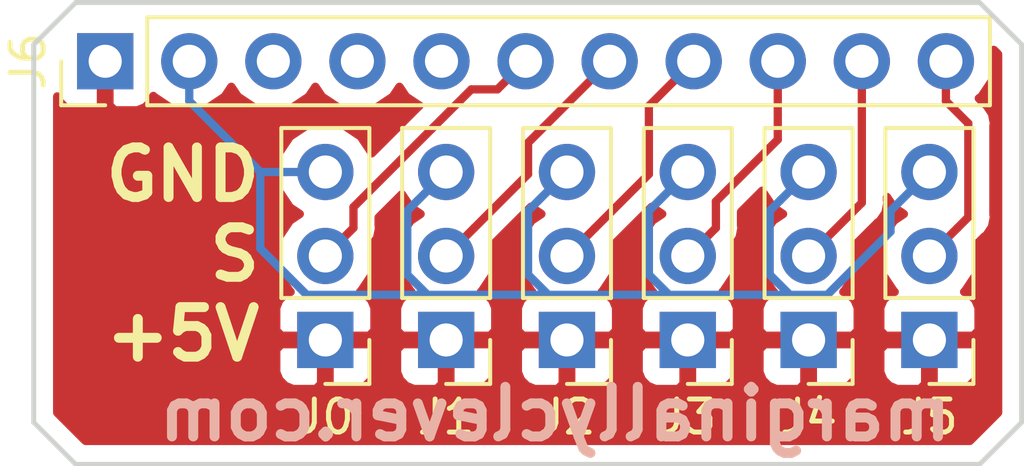
<source format=kicad_pcb>
(kicad_pcb (version 20171130) (host pcbnew "(5.0.2)-1")

  (general
    (thickness 1.6)
    (drawings 10)
    (tracks 64)
    (zones 0)
    (modules 7)
    (nets 9)
  )

  (page A4)
  (layers
    (0 F.Cu signal)
    (31 B.Cu signal)
    (32 B.Adhes user hide)
    (33 F.Adhes user hide)
    (34 B.Paste user hide)
    (35 F.Paste user hide)
    (36 B.SilkS user)
    (37 F.SilkS user)
    (38 B.Mask user hide)
    (39 F.Mask user hide)
    (40 Dwgs.User user hide)
    (41 Cmts.User user hide)
    (42 Eco1.User user hide)
    (43 Eco2.User user hide)
    (44 Edge.Cuts user)
    (45 Margin user hide)
    (46 B.CrtYd user hide)
    (47 F.CrtYd user hide)
    (48 B.Fab user hide)
    (49 F.Fab user hide)
  )

  (setup
    (last_trace_width 0.25)
    (trace_clearance 0.2)
    (zone_clearance 0.508)
    (zone_45_only no)
    (trace_min 0.2)
    (segment_width 0.2)
    (edge_width 0.15)
    (via_size 0.8)
    (via_drill 0.4)
    (via_min_size 0.4)
    (via_min_drill 0.3)
    (uvia_size 0.3)
    (uvia_drill 0.1)
    (uvias_allowed no)
    (uvia_min_size 0.2)
    (uvia_min_drill 0.1)
    (pcb_text_width 0.3)
    (pcb_text_size 1.5 1.5)
    (mod_edge_width 0.15)
    (mod_text_size 1 1)
    (mod_text_width 0.15)
    (pad_size 1.524 1.524)
    (pad_drill 0.762)
    (pad_to_mask_clearance 0.051)
    (solder_mask_min_width 0.25)
    (aux_axis_origin 0 0)
    (visible_elements 7FFFFFFF)
    (pcbplotparams
      (layerselection 0x010fc_ffffffff)
      (usegerberextensions false)
      (usegerberattributes false)
      (usegerberadvancedattributes false)
      (creategerberjobfile false)
      (excludeedgelayer true)
      (linewidth 0.100000)
      (plotframeref false)
      (viasonmask false)
      (mode 1)
      (useauxorigin false)
      (hpglpennumber 1)
      (hpglpenspeed 20)
      (hpglpendiameter 15.000000)
      (psnegative false)
      (psa4output false)
      (plotreference true)
      (plotvalue true)
      (plotinvisibletext false)
      (padsonsilk false)
      (subtractmaskfromsilk false)
      (outputformat 1)
      (mirror false)
      (drillshape 1)
      (scaleselection 1)
      (outputdirectory ""))
  )

  (net 0 "")
  (net 1 +5V)
  (net 2 GND)
  (net 3 "Net-(J0-Pad2)")
  (net 4 "Net-(J1-Pad2)")
  (net 5 "Net-(J2-Pad2)")
  (net 6 "Net-(J3-Pad2)")
  (net 7 "Net-(J4-Pad2)")
  (net 8 "Net-(J5-Pad2)")

  (net_class Default "This is the default net class."
    (clearance 0.2)
    (trace_width 0.25)
    (via_dia 0.8)
    (via_drill 0.4)
    (uvia_dia 0.3)
    (uvia_drill 0.1)
    (add_net +5V)
    (add_net GND)
    (add_net "Net-(J0-Pad2)")
    (add_net "Net-(J1-Pad2)")
    (add_net "Net-(J2-Pad2)")
    (add_net "Net-(J3-Pad2)")
    (add_net "Net-(J4-Pad2)")
    (add_net "Net-(J5-Pad2)")
  )

  (module Pin_Headers:Pin_Header_Straight_1x03_Pitch2.54mm (layer F.Cu) (tedit 59650532) (tstamp 5DA85F62)
    (at 172.640001 128.317001 180)
    (descr "Through hole straight pin header, 1x03, 2.54mm pitch, single row")
    (tags "Through hole pin header THT 1x03 2.54mm single row")
    (path /5DA654F9)
    (fp_text reference J0 (at 0 -2.33 180) (layer F.SilkS)
      (effects (font (size 1 1) (thickness 0.15)))
    )
    (fp_text value Conn_01x03_Male (at 0.047001 -10.493999 270) (layer F.Fab)
      (effects (font (size 1 1) (thickness 0.15)))
    )
    (fp_line (start -0.635 -1.27) (end 1.27 -1.27) (layer F.Fab) (width 0.1))
    (fp_line (start 1.27 -1.27) (end 1.27 6.35) (layer F.Fab) (width 0.1))
    (fp_line (start 1.27 6.35) (end -1.27 6.35) (layer F.Fab) (width 0.1))
    (fp_line (start -1.27 6.35) (end -1.27 -0.635) (layer F.Fab) (width 0.1))
    (fp_line (start -1.27 -0.635) (end -0.635 -1.27) (layer F.Fab) (width 0.1))
    (fp_line (start -1.33 6.41) (end 1.33 6.41) (layer F.SilkS) (width 0.12))
    (fp_line (start -1.33 1.27) (end -1.33 6.41) (layer F.SilkS) (width 0.12))
    (fp_line (start 1.33 1.27) (end 1.33 6.41) (layer F.SilkS) (width 0.12))
    (fp_line (start -1.33 1.27) (end 1.33 1.27) (layer F.SilkS) (width 0.12))
    (fp_line (start -1.33 0) (end -1.33 -1.33) (layer F.SilkS) (width 0.12))
    (fp_line (start -1.33 -1.33) (end 0 -1.33) (layer F.SilkS) (width 0.12))
    (fp_line (start -1.8 -1.8) (end -1.8 6.85) (layer F.CrtYd) (width 0.05))
    (fp_line (start -1.8 6.85) (end 1.8 6.85) (layer F.CrtYd) (width 0.05))
    (fp_line (start 1.8 6.85) (end 1.8 -1.8) (layer F.CrtYd) (width 0.05))
    (fp_line (start 1.8 -1.8) (end -1.8 -1.8) (layer F.CrtYd) (width 0.05))
    (fp_text user %R (at 0 2.54) (layer F.Fab)
      (effects (font (size 1 1) (thickness 0.15)))
    )
    (pad 1 thru_hole rect (at 0 0 180) (size 1.7 1.7) (drill 1) (layers *.Cu *.Mask)
      (net 1 +5V))
    (pad 2 thru_hole oval (at 0 2.54 180) (size 1.7 1.7) (drill 1) (layers *.Cu *.Mask)
      (net 3 "Net-(J0-Pad2)"))
    (pad 3 thru_hole oval (at 0 5.08 180) (size 1.7 1.7) (drill 1) (layers *.Cu *.Mask)
      (net 2 GND))
    (model ${KISYS3DMOD}/Pin_Headers.3dshapes/Pin_Header_Straight_1x03_Pitch2.54mm.wrl
      (at (xyz 0 0 0))
      (scale (xyz 1 1 1))
      (rotate (xyz 0 0 0))
    )
  )

  (module Pin_Headers:Pin_Header_Straight_1x03_Pitch2.54mm (layer F.Cu) (tedit 59650532) (tstamp 5DA85F79)
    (at 176.290001 128.317001 180)
    (descr "Through hole straight pin header, 1x03, 2.54mm pitch, single row")
    (tags "Through hole pin header THT 1x03 2.54mm single row")
    (path /5DA654F2)
    (fp_text reference J1 (at 0 -2.33 180) (layer F.SilkS)
      (effects (font (size 1 1) (thickness 0.15)))
    )
    (fp_text value Conn_01x03_Male (at 0 -10.493999 270) (layer F.Fab)
      (effects (font (size 1 1) (thickness 0.15)))
    )
    (fp_text user %R (at 0 2.54 270) (layer F.Fab)
      (effects (font (size 1 1) (thickness 0.15)))
    )
    (fp_line (start 1.8 -1.8) (end -1.8 -1.8) (layer F.CrtYd) (width 0.05))
    (fp_line (start 1.8 6.85) (end 1.8 -1.8) (layer F.CrtYd) (width 0.05))
    (fp_line (start -1.8 6.85) (end 1.8 6.85) (layer F.CrtYd) (width 0.05))
    (fp_line (start -1.8 -1.8) (end -1.8 6.85) (layer F.CrtYd) (width 0.05))
    (fp_line (start -1.33 -1.33) (end 0 -1.33) (layer F.SilkS) (width 0.12))
    (fp_line (start -1.33 0) (end -1.33 -1.33) (layer F.SilkS) (width 0.12))
    (fp_line (start -1.33 1.27) (end 1.33 1.27) (layer F.SilkS) (width 0.12))
    (fp_line (start 1.33 1.27) (end 1.33 6.41) (layer F.SilkS) (width 0.12))
    (fp_line (start -1.33 1.27) (end -1.33 6.41) (layer F.SilkS) (width 0.12))
    (fp_line (start -1.33 6.41) (end 1.33 6.41) (layer F.SilkS) (width 0.12))
    (fp_line (start -1.27 -0.635) (end -0.635 -1.27) (layer F.Fab) (width 0.1))
    (fp_line (start -1.27 6.35) (end -1.27 -0.635) (layer F.Fab) (width 0.1))
    (fp_line (start 1.27 6.35) (end -1.27 6.35) (layer F.Fab) (width 0.1))
    (fp_line (start 1.27 -1.27) (end 1.27 6.35) (layer F.Fab) (width 0.1))
    (fp_line (start -0.635 -1.27) (end 1.27 -1.27) (layer F.Fab) (width 0.1))
    (pad 3 thru_hole oval (at 0 5.08 180) (size 1.7 1.7) (drill 1) (layers *.Cu *.Mask)
      (net 2 GND))
    (pad 2 thru_hole oval (at 0 2.54 180) (size 1.7 1.7) (drill 1) (layers *.Cu *.Mask)
      (net 4 "Net-(J1-Pad2)"))
    (pad 1 thru_hole rect (at 0 0 180) (size 1.7 1.7) (drill 1) (layers *.Cu *.Mask)
      (net 1 +5V))
    (model ${KISYS3DMOD}/Pin_Headers.3dshapes/Pin_Header_Straight_1x03_Pitch2.54mm.wrl
      (at (xyz 0 0 0))
      (scale (xyz 1 1 1))
      (rotate (xyz 0 0 0))
    )
  )

  (module Pin_Headers:Pin_Header_Straight_1x03_Pitch2.54mm (layer F.Cu) (tedit 59650532) (tstamp 5DA85F90)
    (at 179.940001 128.317001 180)
    (descr "Through hole straight pin header, 1x03, 2.54mm pitch, single row")
    (tags "Through hole pin header THT 1x03 2.54mm single row")
    (path /5DA6530A)
    (fp_text reference J2 (at 0 -2.33 180) (layer F.SilkS)
      (effects (font (size 1 1) (thickness 0.15)))
    )
    (fp_text value Conn_01x03_Male (at -0.018999 -10.493999 270) (layer F.Fab)
      (effects (font (size 1 1) (thickness 0.15)))
    )
    (fp_line (start -0.635 -1.27) (end 1.27 -1.27) (layer F.Fab) (width 0.1))
    (fp_line (start 1.27 -1.27) (end 1.27 6.35) (layer F.Fab) (width 0.1))
    (fp_line (start 1.27 6.35) (end -1.27 6.35) (layer F.Fab) (width 0.1))
    (fp_line (start -1.27 6.35) (end -1.27 -0.635) (layer F.Fab) (width 0.1))
    (fp_line (start -1.27 -0.635) (end -0.635 -1.27) (layer F.Fab) (width 0.1))
    (fp_line (start -1.33 6.41) (end 1.33 6.41) (layer F.SilkS) (width 0.12))
    (fp_line (start -1.33 1.27) (end -1.33 6.41) (layer F.SilkS) (width 0.12))
    (fp_line (start 1.33 1.27) (end 1.33 6.41) (layer F.SilkS) (width 0.12))
    (fp_line (start -1.33 1.27) (end 1.33 1.27) (layer F.SilkS) (width 0.12))
    (fp_line (start -1.33 0) (end -1.33 -1.33) (layer F.SilkS) (width 0.12))
    (fp_line (start -1.33 -1.33) (end 0 -1.33) (layer F.SilkS) (width 0.12))
    (fp_line (start -1.8 -1.8) (end -1.8 6.85) (layer F.CrtYd) (width 0.05))
    (fp_line (start -1.8 6.85) (end 1.8 6.85) (layer F.CrtYd) (width 0.05))
    (fp_line (start 1.8 6.85) (end 1.8 -1.8) (layer F.CrtYd) (width 0.05))
    (fp_line (start 1.8 -1.8) (end -1.8 -1.8) (layer F.CrtYd) (width 0.05))
    (fp_text user %R (at 0 2.54 270) (layer F.Fab)
      (effects (font (size 1 1) (thickness 0.15)))
    )
    (pad 1 thru_hole rect (at 0 0 180) (size 1.7 1.7) (drill 1) (layers *.Cu *.Mask)
      (net 1 +5V))
    (pad 2 thru_hole oval (at 0 2.54 180) (size 1.7 1.7) (drill 1) (layers *.Cu *.Mask)
      (net 5 "Net-(J2-Pad2)"))
    (pad 3 thru_hole oval (at 0 5.08 180) (size 1.7 1.7) (drill 1) (layers *.Cu *.Mask)
      (net 2 GND))
    (model ${KISYS3DMOD}/Pin_Headers.3dshapes/Pin_Header_Straight_1x03_Pitch2.54mm.wrl
      (at (xyz 0 0 0))
      (scale (xyz 1 1 1))
      (rotate (xyz 0 0 0))
    )
  )

  (module Pin_Headers:Pin_Header_Straight_1x03_Pitch2.54mm (layer F.Cu) (tedit 59650532) (tstamp 5DA85FA7)
    (at 183.590001 128.317001 180)
    (descr "Through hole straight pin header, 1x03, 2.54mm pitch, single row")
    (tags "Through hole pin header THT 1x03 2.54mm single row")
    (path /5DA65303)
    (fp_text reference J3 (at 0 -2.33 180) (layer F.SilkS)
      (effects (font (size 1 1) (thickness 0.15)))
    )
    (fp_text value Conn_01x03_Male (at 0 -10.493999 270) (layer F.Fab)
      (effects (font (size 1 1) (thickness 0.15)))
    )
    (fp_text user %R (at 0 2.54 270) (layer F.Fab)
      (effects (font (size 1 1) (thickness 0.15)))
    )
    (fp_line (start 1.8 -1.8) (end -1.8 -1.8) (layer F.CrtYd) (width 0.05))
    (fp_line (start 1.8 6.85) (end 1.8 -1.8) (layer F.CrtYd) (width 0.05))
    (fp_line (start -1.8 6.85) (end 1.8 6.85) (layer F.CrtYd) (width 0.05))
    (fp_line (start -1.8 -1.8) (end -1.8 6.85) (layer F.CrtYd) (width 0.05))
    (fp_line (start -1.33 -1.33) (end 0 -1.33) (layer F.SilkS) (width 0.12))
    (fp_line (start -1.33 0) (end -1.33 -1.33) (layer F.SilkS) (width 0.12))
    (fp_line (start -1.33 1.27) (end 1.33 1.27) (layer F.SilkS) (width 0.12))
    (fp_line (start 1.33 1.27) (end 1.33 6.41) (layer F.SilkS) (width 0.12))
    (fp_line (start -1.33 1.27) (end -1.33 6.41) (layer F.SilkS) (width 0.12))
    (fp_line (start -1.33 6.41) (end 1.33 6.41) (layer F.SilkS) (width 0.12))
    (fp_line (start -1.27 -0.635) (end -0.635 -1.27) (layer F.Fab) (width 0.1))
    (fp_line (start -1.27 6.35) (end -1.27 -0.635) (layer F.Fab) (width 0.1))
    (fp_line (start 1.27 6.35) (end -1.27 6.35) (layer F.Fab) (width 0.1))
    (fp_line (start 1.27 -1.27) (end 1.27 6.35) (layer F.Fab) (width 0.1))
    (fp_line (start -0.635 -1.27) (end 1.27 -1.27) (layer F.Fab) (width 0.1))
    (pad 3 thru_hole oval (at 0 5.08 180) (size 1.7 1.7) (drill 1) (layers *.Cu *.Mask)
      (net 2 GND))
    (pad 2 thru_hole oval (at 0 2.54 180) (size 1.7 1.7) (drill 1) (layers *.Cu *.Mask)
      (net 6 "Net-(J3-Pad2)"))
    (pad 1 thru_hole rect (at 0 0 180) (size 1.7 1.7) (drill 1) (layers *.Cu *.Mask)
      (net 1 +5V))
    (model ${KISYS3DMOD}/Pin_Headers.3dshapes/Pin_Header_Straight_1x03_Pitch2.54mm.wrl
      (at (xyz 0 0 0))
      (scale (xyz 1 1 1))
      (rotate (xyz 0 0 0))
    )
  )

  (module Pin_Headers:Pin_Header_Straight_1x03_Pitch2.54mm (layer F.Cu) (tedit 59650532) (tstamp 5DA85FBE)
    (at 187.240001 128.317001 180)
    (descr "Through hole straight pin header, 1x03, 2.54mm pitch, single row")
    (tags "Through hole pin header THT 1x03 2.54mm single row")
    (path /5DA6521F)
    (fp_text reference J4 (at 0 -2.33 180) (layer F.SilkS)
      (effects (font (size 1 1) (thickness 0.15)))
    )
    (fp_text value Conn_01x03_Male (at -0.084999 -10.493999 270) (layer F.Fab)
      (effects (font (size 1 1) (thickness 0.15)))
    )
    (fp_line (start -0.635 -1.27) (end 1.27 -1.27) (layer F.Fab) (width 0.1))
    (fp_line (start 1.27 -1.27) (end 1.27 6.35) (layer F.Fab) (width 0.1))
    (fp_line (start 1.27 6.35) (end -1.27 6.35) (layer F.Fab) (width 0.1))
    (fp_line (start -1.27 6.35) (end -1.27 -0.635) (layer F.Fab) (width 0.1))
    (fp_line (start -1.27 -0.635) (end -0.635 -1.27) (layer F.Fab) (width 0.1))
    (fp_line (start -1.33 6.41) (end 1.33 6.41) (layer F.SilkS) (width 0.12))
    (fp_line (start -1.33 1.27) (end -1.33 6.41) (layer F.SilkS) (width 0.12))
    (fp_line (start 1.33 1.27) (end 1.33 6.41) (layer F.SilkS) (width 0.12))
    (fp_line (start -1.33 1.27) (end 1.33 1.27) (layer F.SilkS) (width 0.12))
    (fp_line (start -1.33 0) (end -1.33 -1.33) (layer F.SilkS) (width 0.12))
    (fp_line (start -1.33 -1.33) (end 0 -1.33) (layer F.SilkS) (width 0.12))
    (fp_line (start -1.8 -1.8) (end -1.8 6.85) (layer F.CrtYd) (width 0.05))
    (fp_line (start -1.8 6.85) (end 1.8 6.85) (layer F.CrtYd) (width 0.05))
    (fp_line (start 1.8 6.85) (end 1.8 -1.8) (layer F.CrtYd) (width 0.05))
    (fp_line (start 1.8 -1.8) (end -1.8 -1.8) (layer F.CrtYd) (width 0.05))
    (fp_text user %R (at 0 2.54 270) (layer F.Fab)
      (effects (font (size 1 1) (thickness 0.15)))
    )
    (pad 1 thru_hole rect (at 0 0 180) (size 1.7 1.7) (drill 1) (layers *.Cu *.Mask)
      (net 1 +5V))
    (pad 2 thru_hole oval (at 0 2.54 180) (size 1.7 1.7) (drill 1) (layers *.Cu *.Mask)
      (net 7 "Net-(J4-Pad2)"))
    (pad 3 thru_hole oval (at 0 5.08 180) (size 1.7 1.7) (drill 1) (layers *.Cu *.Mask)
      (net 2 GND))
    (model ${KISYS3DMOD}/Pin_Headers.3dshapes/Pin_Header_Straight_1x03_Pitch2.54mm.wrl
      (at (xyz 0 0 0))
      (scale (xyz 1 1 1))
      (rotate (xyz 0 0 0))
    )
  )

  (module Pin_Headers:Pin_Header_Straight_1x03_Pitch2.54mm (layer F.Cu) (tedit 59650532) (tstamp 5DA85FD5)
    (at 190.890001 128.317001 180)
    (descr "Through hole straight pin header, 1x03, 2.54mm pitch, single row")
    (tags "Through hole pin header THT 1x03 2.54mm single row")
    (path /5DA6514E)
    (fp_text reference J5 (at 0 -2.33 180) (layer F.SilkS)
      (effects (font (size 1 1) (thickness 0.15)))
    )
    (fp_text value Conn_01x03_Male (at 0 -10.493999 270) (layer F.Fab)
      (effects (font (size 1 1) (thickness 0.15)))
    )
    (fp_text user %R (at 0 2.54 270) (layer F.Fab)
      (effects (font (size 1 1) (thickness 0.15)))
    )
    (fp_line (start 1.8 -1.8) (end -1.8 -1.8) (layer F.CrtYd) (width 0.05))
    (fp_line (start 1.8 6.85) (end 1.8 -1.8) (layer F.CrtYd) (width 0.05))
    (fp_line (start -1.8 6.85) (end 1.8 6.85) (layer F.CrtYd) (width 0.05))
    (fp_line (start -1.8 -1.8) (end -1.8 6.85) (layer F.CrtYd) (width 0.05))
    (fp_line (start -1.33 -1.33) (end 0 -1.33) (layer F.SilkS) (width 0.12))
    (fp_line (start -1.33 0) (end -1.33 -1.33) (layer F.SilkS) (width 0.12))
    (fp_line (start -1.33 1.27) (end 1.33 1.27) (layer F.SilkS) (width 0.12))
    (fp_line (start 1.33 1.27) (end 1.33 6.41) (layer F.SilkS) (width 0.12))
    (fp_line (start -1.33 1.27) (end -1.33 6.41) (layer F.SilkS) (width 0.12))
    (fp_line (start -1.33 6.41) (end 1.33 6.41) (layer F.SilkS) (width 0.12))
    (fp_line (start -1.27 -0.635) (end -0.635 -1.27) (layer F.Fab) (width 0.1))
    (fp_line (start -1.27 6.35) (end -1.27 -0.635) (layer F.Fab) (width 0.1))
    (fp_line (start 1.27 6.35) (end -1.27 6.35) (layer F.Fab) (width 0.1))
    (fp_line (start 1.27 -1.27) (end 1.27 6.35) (layer F.Fab) (width 0.1))
    (fp_line (start -0.635 -1.27) (end 1.27 -1.27) (layer F.Fab) (width 0.1))
    (pad 3 thru_hole oval (at 0 5.08 180) (size 1.7 1.7) (drill 1) (layers *.Cu *.Mask)
      (net 2 GND))
    (pad 2 thru_hole oval (at 0 2.54 180) (size 1.7 1.7) (drill 1) (layers *.Cu *.Mask)
      (net 8 "Net-(J5-Pad2)"))
    (pad 1 thru_hole rect (at 0 0 180) (size 1.7 1.7) (drill 1) (layers *.Cu *.Mask)
      (net 1 +5V))
    (model ${KISYS3DMOD}/Pin_Headers.3dshapes/Pin_Header_Straight_1x03_Pitch2.54mm.wrl
      (at (xyz 0 0 0))
      (scale (xyz 1 1 1))
      (rotate (xyz 0 0 0))
    )
  )

  (module Pin_Headers:Pin_Header_Straight_1x11_Pitch2.54mm (layer F.Cu) (tedit 59650532) (tstamp 5DA966AB)
    (at 165.989 119.888 90)
    (descr "Through hole straight pin header, 1x11, 2.54mm pitch, single row")
    (tags "Through hole pin header THT 1x11 2.54mm single row")
    (path /5DA76624)
    (fp_text reference J6 (at 0 -2.33 90) (layer F.SilkS)
      (effects (font (size 1 1) (thickness 0.15)))
    )
    (fp_text value Conn_01x11_Male (at 0 27.73 90) (layer F.Fab)
      (effects (font (size 1 1) (thickness 0.15)))
    )
    (fp_text user %R (at 0 12.7 180) (layer F.Fab)
      (effects (font (size 1 1) (thickness 0.15)))
    )
    (fp_line (start 1.8 -1.8) (end -1.8 -1.8) (layer F.CrtYd) (width 0.05))
    (fp_line (start 1.8 27.2) (end 1.8 -1.8) (layer F.CrtYd) (width 0.05))
    (fp_line (start -1.8 27.2) (end 1.8 27.2) (layer F.CrtYd) (width 0.05))
    (fp_line (start -1.8 -1.8) (end -1.8 27.2) (layer F.CrtYd) (width 0.05))
    (fp_line (start -1.33 -1.33) (end 0 -1.33) (layer F.SilkS) (width 0.12))
    (fp_line (start -1.33 0) (end -1.33 -1.33) (layer F.SilkS) (width 0.12))
    (fp_line (start -1.33 1.27) (end 1.33 1.27) (layer F.SilkS) (width 0.12))
    (fp_line (start 1.33 1.27) (end 1.33 26.73) (layer F.SilkS) (width 0.12))
    (fp_line (start -1.33 1.27) (end -1.33 26.73) (layer F.SilkS) (width 0.12))
    (fp_line (start -1.33 26.73) (end 1.33 26.73) (layer F.SilkS) (width 0.12))
    (fp_line (start -1.27 -0.635) (end -0.635 -1.27) (layer F.Fab) (width 0.1))
    (fp_line (start -1.27 26.67) (end -1.27 -0.635) (layer F.Fab) (width 0.1))
    (fp_line (start 1.27 26.67) (end -1.27 26.67) (layer F.Fab) (width 0.1))
    (fp_line (start 1.27 -1.27) (end 1.27 26.67) (layer F.Fab) (width 0.1))
    (fp_line (start -0.635 -1.27) (end 1.27 -1.27) (layer F.Fab) (width 0.1))
    (pad 11 thru_hole oval (at 0 25.4 90) (size 1.7 1.7) (drill 1) (layers *.Cu *.Mask)
      (net 8 "Net-(J5-Pad2)"))
    (pad 10 thru_hole oval (at 0 22.86 90) (size 1.7 1.7) (drill 1) (layers *.Cu *.Mask)
      (net 7 "Net-(J4-Pad2)"))
    (pad 9 thru_hole oval (at 0 20.32 90) (size 1.7 1.7) (drill 1) (layers *.Cu *.Mask)
      (net 6 "Net-(J3-Pad2)"))
    (pad 8 thru_hole oval (at 0 17.78 90) (size 1.7 1.7) (drill 1) (layers *.Cu *.Mask)
      (net 5 "Net-(J2-Pad2)"))
    (pad 7 thru_hole oval (at 0 15.24 90) (size 1.7 1.7) (drill 1) (layers *.Cu *.Mask)
      (net 4 "Net-(J1-Pad2)"))
    (pad 6 thru_hole oval (at 0 12.7 90) (size 1.7 1.7) (drill 1) (layers *.Cu *.Mask)
      (net 3 "Net-(J0-Pad2)"))
    (pad 5 thru_hole oval (at 0 10.16 90) (size 1.7 1.7) (drill 1) (layers *.Cu *.Mask))
    (pad 4 thru_hole oval (at 0 7.62 90) (size 1.7 1.7) (drill 1) (layers *.Cu *.Mask))
    (pad 3 thru_hole oval (at 0 5.08 90) (size 1.7 1.7) (drill 1) (layers *.Cu *.Mask))
    (pad 2 thru_hole oval (at 0 2.54 90) (size 1.7 1.7) (drill 1) (layers *.Cu *.Mask)
      (net 2 GND))
    (pad 1 thru_hole rect (at 0 0 90) (size 1.7 1.7) (drill 1) (layers *.Cu *.Mask)
      (net 1 +5V))
    (model ${KISYS3DMOD}/Pin_Headers.3dshapes/Pin_Header_Straight_1x11_Pitch2.54mm.wrl
      (at (xyz 0 0 0))
      (scale (xyz 1 1 1))
      (rotate (xyz 0 0 0))
    )
  )

  (gr_text marginallyclever.com (at 179.578 130.556) (layer B.SilkS)
    (effects (font (size 1.5 1.5) (thickness 0.3)) (justify mirror))
  )
  (gr_line (start 165.1 118.11) (end 192.405 118.11) (layer Edge.Cuts) (width 0.15))
  (gr_line (start 163.83 119.38) (end 165.1 118.11) (layer Edge.Cuts) (width 0.15))
  (gr_line (start 163.83 130.81) (end 163.83 119.38) (layer Edge.Cuts) (width 0.15))
  (gr_line (start 165.1 132.08) (end 163.83 130.81) (layer Edge.Cuts) (width 0.15))
  (gr_line (start 192.405 132.08) (end 165.1 132.08) (layer Edge.Cuts) (width 0.15))
  (gr_line (start 193.675 130.81) (end 192.405 132.08) (layer Edge.Cuts) (width 0.15))
  (gr_line (start 193.675 119.38) (end 193.675 130.81) (layer Edge.Cuts) (width 0.15))
  (gr_line (start 192.405 118.11) (end 193.675 119.38) (layer Edge.Cuts) (width 0.15))
  (gr_text "GND\nS\n+5V\n" (at 170.815 125.73) (layer F.SilkS)
    (effects (font (size 1.5 1.5) (thickness 0.3)) (justify right))
  )

  (segment (start 189.790001 128.317001) (end 187.240001 128.317001) (width 0.25) (layer F.Cu) (net 1))
  (segment (start 190.890001 128.317001) (end 189.790001 128.317001) (width 0.25) (layer F.Cu) (net 1))
  (segment (start 187.240001 128.317001) (end 183.590001 128.317001) (width 0.25) (layer F.Cu) (net 1))
  (segment (start 183.590001 128.317001) (end 179.940001 128.317001) (width 0.25) (layer F.Cu) (net 1))
  (segment (start 178.840001 128.317001) (end 176.290001 128.317001) (width 0.25) (layer F.Cu) (net 1))
  (segment (start 179.940001 128.317001) (end 178.840001 128.317001) (width 0.25) (layer F.Cu) (net 1))
  (segment (start 176.290001 128.317001) (end 172.640001 128.317001) (width 0.25) (layer F.Cu) (net 1))
  (segment (start 172.640001 128.317001) (end 168.449001 128.317001) (width 0.25) (layer F.Cu) (net 1))
  (segment (start 165.989 125.857) (end 165.989 119.888) (width 0.25) (layer F.Cu) (net 1))
  (segment (start 168.449001 128.317001) (end 165.989 125.857) (width 0.25) (layer F.Cu) (net 1))
  (segment (start 171.43792 123.237001) (end 172.640001 123.237001) (width 0.25) (layer B.Cu) (net 2))
  (segment (start 170.67592 123.237001) (end 171.43792 123.237001) (width 0.25) (layer B.Cu) (net 2))
  (segment (start 168.529 121.090081) (end 170.67592 123.237001) (width 0.25) (layer B.Cu) (net 2))
  (segment (start 168.529 119.888) (end 168.529 121.090081) (width 0.25) (layer B.Cu) (net 2))
  (segment (start 186.390002 124.087) (end 187.240001 123.237001) (width 0.25) (layer B.Cu) (net 2))
  (segment (start 186.065 126.341002) (end 186.065 124.412002) (width 0.25) (layer B.Cu) (net 2))
  (segment (start 186.676 126.952002) (end 186.065 126.341002) (width 0.25) (layer B.Cu) (net 2))
  (segment (start 186.065 124.412002) (end 186.390002 124.087) (width 0.25) (layer B.Cu) (net 2))
  (segment (start 187.804002 126.952002) (end 186.676 126.952002) (width 0.25) (layer B.Cu) (net 2))
  (segment (start 189.715 125.041004) (end 187.804002 126.952002) (width 0.25) (layer B.Cu) (net 2))
  (segment (start 189.715 124.412002) (end 189.715 125.041004) (width 0.25) (layer B.Cu) (net 2))
  (segment (start 190.890001 123.237001) (end 189.715 124.412002) (width 0.25) (layer B.Cu) (net 2))
  (segment (start 182.740002 124.087) (end 183.590001 123.237001) (width 0.25) (layer B.Cu) (net 2))
  (segment (start 182.415 124.412002) (end 182.740002 124.087) (width 0.25) (layer B.Cu) (net 2))
  (segment (start 182.415 126.341002) (end 182.415 124.412002) (width 0.25) (layer B.Cu) (net 2))
  (segment (start 183.026 126.952002) (end 182.415 126.341002) (width 0.25) (layer B.Cu) (net 2))
  (segment (start 186.676 126.952002) (end 183.026 126.952002) (width 0.25) (layer B.Cu) (net 2))
  (segment (start 179.090002 124.087) (end 179.940001 123.237001) (width 0.25) (layer B.Cu) (net 2))
  (segment (start 178.765 124.412002) (end 179.090002 124.087) (width 0.25) (layer B.Cu) (net 2))
  (segment (start 178.765 126.341002) (end 178.765 124.412002) (width 0.25) (layer B.Cu) (net 2))
  (segment (start 179.376 126.952002) (end 178.765 126.341002) (width 0.25) (layer B.Cu) (net 2))
  (segment (start 183.026 126.952002) (end 179.376 126.952002) (width 0.25) (layer B.Cu) (net 2))
  (segment (start 175.440002 124.087) (end 176.290001 123.237001) (width 0.25) (layer B.Cu) (net 2))
  (segment (start 175.115 124.412002) (end 175.440002 124.087) (width 0.25) (layer B.Cu) (net 2))
  (segment (start 175.115 126.341002) (end 175.115 124.412002) (width 0.25) (layer B.Cu) (net 2))
  (segment (start 175.726 126.952002) (end 175.115 126.341002) (width 0.25) (layer B.Cu) (net 2))
  (segment (start 179.376 126.952002) (end 175.726 126.952002) (width 0.25) (layer B.Cu) (net 2))
  (segment (start 170.67592 125.551922) (end 170.67592 123.237001) (width 0.25) (layer B.Cu) (net 2))
  (segment (start 172.076 126.952002) (end 170.67592 125.551922) (width 0.25) (layer B.Cu) (net 2))
  (segment (start 175.726 126.952002) (end 172.076 126.952002) (width 0.25) (layer B.Cu) (net 2))
  (segment (start 173.49 124.927002) (end 172.640001 125.777001) (width 0.25) (layer F.Cu) (net 3))
  (segment (start 173.49 124.298) (end 173.49 124.927002) (width 0.25) (layer F.Cu) (net 3))
  (segment (start 177.050001 120.737999) (end 173.49 124.298) (width 0.25) (layer F.Cu) (net 3))
  (segment (start 177.839001 120.737999) (end 177.050001 120.737999) (width 0.25) (layer F.Cu) (net 3))
  (segment (start 178.689 119.888) (end 177.839001 120.737999) (width 0.25) (layer F.Cu) (net 3))
  (segment (start 177.14 124.927002) (end 176.290001 125.777001) (width 0.25) (layer F.Cu) (net 4))
  (segment (start 178.765 123.302002) (end 177.14 124.927002) (width 0.25) (layer F.Cu) (net 4))
  (segment (start 178.765 122.352) (end 178.765 123.302002) (width 0.25) (layer F.Cu) (net 4))
  (segment (start 181.229 119.888) (end 178.765 122.352) (width 0.25) (layer F.Cu) (net 4))
  (segment (start 180.79 124.927002) (end 179.940001 125.777001) (width 0.25) (layer F.Cu) (net 5))
  (segment (start 182.415 123.302002) (end 180.79 124.927002) (width 0.25) (layer F.Cu) (net 5))
  (segment (start 182.415 121.242) (end 182.415 123.302002) (width 0.25) (layer F.Cu) (net 5))
  (segment (start 183.769 119.888) (end 182.415 121.242) (width 0.25) (layer F.Cu) (net 5))
  (segment (start 184.44 124.927002) (end 183.590001 125.777001) (width 0.25) (layer F.Cu) (net 6))
  (segment (start 184.44 124.126004) (end 184.44 124.927002) (width 0.25) (layer F.Cu) (net 6))
  (segment (start 186.309 122.257004) (end 184.44 124.126004) (width 0.25) (layer F.Cu) (net 6))
  (segment (start 186.309 119.888) (end 186.309 122.257004) (width 0.25) (layer F.Cu) (net 6))
  (segment (start 188.849 124.168002) (end 187.240001 125.777001) (width 0.25) (layer F.Cu) (net 7))
  (segment (start 188.849 119.888) (end 188.849 124.168002) (width 0.25) (layer F.Cu) (net 7))
  (segment (start 191.74 124.927002) (end 190.890001 125.777001) (width 0.25) (layer F.Cu) (net 8))
  (segment (start 192.065002 124.602) (end 191.74 124.927002) (width 0.25) (layer F.Cu) (net 8))
  (segment (start 192.065002 121.766083) (end 192.065002 124.602) (width 0.25) (layer F.Cu) (net 8))
  (segment (start 191.389 121.090081) (end 192.065002 121.766083) (width 0.25) (layer F.Cu) (net 8))
  (segment (start 191.389 119.888) (end 191.389 121.090081) (width 0.25) (layer F.Cu) (net 8))

  (zone (net 1) (net_name +5V) (layer F.Cu) (tstamp 0) (hatch edge 0.508)
    (connect_pads (clearance 0.508))
    (min_thickness 0.254)
    (fill yes (arc_segments 16) (thermal_gap 0.508) (thermal_bridge_width 0.508))
    (polygon
      (pts
        (xy 165.1 118.11) (xy 192.405 118.11) (xy 193.675 119.38) (xy 193.675 130.81) (xy 192.405 132.08)
        (xy 165.1 132.08) (xy 163.83 130.81) (xy 163.83 119.38)
      )
    )
    (filled_polygon
      (pts
        (xy 192.965 119.674091) (xy 192.965001 130.515908) (xy 192.11091 131.37) (xy 165.394091 131.37) (xy 164.54 130.51591)
        (xy 164.54 128.602751) (xy 171.155001 128.602751) (xy 171.155001 129.293311) (xy 171.251674 129.5267) (xy 171.430303 129.705328)
        (xy 171.663692 129.802001) (xy 172.354251 129.802001) (xy 172.513001 129.643251) (xy 172.513001 128.444001) (xy 172.767001 128.444001)
        (xy 172.767001 129.643251) (xy 172.925751 129.802001) (xy 173.61631 129.802001) (xy 173.849699 129.705328) (xy 174.028328 129.5267)
        (xy 174.125001 129.293311) (xy 174.125001 128.602751) (xy 174.805001 128.602751) (xy 174.805001 129.293311) (xy 174.901674 129.5267)
        (xy 175.080303 129.705328) (xy 175.313692 129.802001) (xy 176.004251 129.802001) (xy 176.163001 129.643251) (xy 176.163001 128.444001)
        (xy 176.417001 128.444001) (xy 176.417001 129.643251) (xy 176.575751 129.802001) (xy 177.26631 129.802001) (xy 177.499699 129.705328)
        (xy 177.678328 129.5267) (xy 177.775001 129.293311) (xy 177.775001 128.602751) (xy 178.455001 128.602751) (xy 178.455001 129.293311)
        (xy 178.551674 129.5267) (xy 178.730303 129.705328) (xy 178.963692 129.802001) (xy 179.654251 129.802001) (xy 179.813001 129.643251)
        (xy 179.813001 128.444001) (xy 180.067001 128.444001) (xy 180.067001 129.643251) (xy 180.225751 129.802001) (xy 180.91631 129.802001)
        (xy 181.149699 129.705328) (xy 181.328328 129.5267) (xy 181.425001 129.293311) (xy 181.425001 128.602751) (xy 182.105001 128.602751)
        (xy 182.105001 129.293311) (xy 182.201674 129.5267) (xy 182.380303 129.705328) (xy 182.613692 129.802001) (xy 183.304251 129.802001)
        (xy 183.463001 129.643251) (xy 183.463001 128.444001) (xy 183.717001 128.444001) (xy 183.717001 129.643251) (xy 183.875751 129.802001)
        (xy 184.56631 129.802001) (xy 184.799699 129.705328) (xy 184.978328 129.5267) (xy 185.075001 129.293311) (xy 185.075001 128.602751)
        (xy 185.755001 128.602751) (xy 185.755001 129.293311) (xy 185.851674 129.5267) (xy 186.030303 129.705328) (xy 186.263692 129.802001)
        (xy 186.954251 129.802001) (xy 187.113001 129.643251) (xy 187.113001 128.444001) (xy 187.367001 128.444001) (xy 187.367001 129.643251)
        (xy 187.525751 129.802001) (xy 188.21631 129.802001) (xy 188.449699 129.705328) (xy 188.628328 129.5267) (xy 188.725001 129.293311)
        (xy 188.725001 128.602751) (xy 189.405001 128.602751) (xy 189.405001 129.293311) (xy 189.501674 129.5267) (xy 189.680303 129.705328)
        (xy 189.913692 129.802001) (xy 190.604251 129.802001) (xy 190.763001 129.643251) (xy 190.763001 128.444001) (xy 191.017001 128.444001)
        (xy 191.017001 129.643251) (xy 191.175751 129.802001) (xy 191.86631 129.802001) (xy 192.099699 129.705328) (xy 192.278328 129.5267)
        (xy 192.375001 129.293311) (xy 192.375001 128.602751) (xy 192.216251 128.444001) (xy 191.017001 128.444001) (xy 190.763001 128.444001)
        (xy 189.563751 128.444001) (xy 189.405001 128.602751) (xy 188.725001 128.602751) (xy 188.566251 128.444001) (xy 187.367001 128.444001)
        (xy 187.113001 128.444001) (xy 185.913751 128.444001) (xy 185.755001 128.602751) (xy 185.075001 128.602751) (xy 184.916251 128.444001)
        (xy 183.717001 128.444001) (xy 183.463001 128.444001) (xy 182.263751 128.444001) (xy 182.105001 128.602751) (xy 181.425001 128.602751)
        (xy 181.266251 128.444001) (xy 180.067001 128.444001) (xy 179.813001 128.444001) (xy 178.613751 128.444001) (xy 178.455001 128.602751)
        (xy 177.775001 128.602751) (xy 177.616251 128.444001) (xy 176.417001 128.444001) (xy 176.163001 128.444001) (xy 174.963751 128.444001)
        (xy 174.805001 128.602751) (xy 174.125001 128.602751) (xy 173.966251 128.444001) (xy 172.767001 128.444001) (xy 172.513001 128.444001)
        (xy 171.313751 128.444001) (xy 171.155001 128.602751) (xy 164.54 128.602751) (xy 164.54 120.951221) (xy 164.600673 121.097698)
        (xy 164.779301 121.276327) (xy 165.01269 121.373) (xy 165.70325 121.373) (xy 165.862 121.21425) (xy 165.862 120.015)
        (xy 165.842 120.015) (xy 165.842 119.761) (xy 165.862 119.761) (xy 165.862 119.741) (xy 166.116 119.741)
        (xy 166.116 119.761) (xy 166.136 119.761) (xy 166.136 120.015) (xy 166.116 120.015) (xy 166.116 121.21425)
        (xy 166.27475 121.373) (xy 166.96531 121.373) (xy 167.198699 121.276327) (xy 167.377327 121.097698) (xy 167.443904 120.936967)
        (xy 167.458375 120.958625) (xy 167.949582 121.286839) (xy 168.382744 121.373) (xy 168.675256 121.373) (xy 169.108418 121.286839)
        (xy 169.599625 120.958625) (xy 169.799 120.660239) (xy 169.998375 120.958625) (xy 170.489582 121.286839) (xy 170.922744 121.373)
        (xy 171.215256 121.373) (xy 171.648418 121.286839) (xy 172.139625 120.958625) (xy 172.339 120.660239) (xy 172.538375 120.958625)
        (xy 173.029582 121.286839) (xy 173.462744 121.373) (xy 173.755256 121.373) (xy 174.188418 121.286839) (xy 174.679625 120.958625)
        (xy 174.879 120.660239) (xy 175.078375 120.958625) (xy 175.483726 121.229472) (xy 174.041623 122.671575) (xy 174.03884 122.657583)
        (xy 173.710626 122.166376) (xy 173.219419 121.838162) (xy 172.786257 121.752001) (xy 172.493745 121.752001) (xy 172.060583 121.838162)
        (xy 171.569376 122.166376) (xy 171.241162 122.657583) (xy 171.125909 123.237001) (xy 171.241162 123.816419) (xy 171.569376 124.307626)
        (xy 171.867762 124.507001) (xy 171.569376 124.706376) (xy 171.241162 125.197583) (xy 171.125909 125.777001) (xy 171.241162 126.356419)
        (xy 171.569376 126.847626) (xy 171.591034 126.862097) (xy 171.430303 126.928674) (xy 171.251674 127.107302) (xy 171.155001 127.340691)
        (xy 171.155001 128.031251) (xy 171.313751 128.190001) (xy 172.513001 128.190001) (xy 172.513001 128.170001) (xy 172.767001 128.170001)
        (xy 172.767001 128.190001) (xy 173.966251 128.190001) (xy 174.125001 128.031251) (xy 174.125001 127.340691) (xy 174.028328 127.107302)
        (xy 173.849699 126.928674) (xy 173.688968 126.862097) (xy 173.710626 126.847626) (xy 174.03884 126.356419) (xy 174.154093 125.777001)
        (xy 174.081143 125.410256) (xy 174.205904 125.223539) (xy 174.25 125.001854) (xy 174.25 125.00185) (xy 174.264888 124.927003)
        (xy 174.25 124.852156) (xy 174.25 124.612801) (xy 174.953335 123.909467) (xy 175.219376 124.307626) (xy 175.517762 124.507001)
        (xy 175.219376 124.706376) (xy 174.891162 125.197583) (xy 174.775909 125.777001) (xy 174.891162 126.356419) (xy 175.219376 126.847626)
        (xy 175.241034 126.862097) (xy 175.080303 126.928674) (xy 174.901674 127.107302) (xy 174.805001 127.340691) (xy 174.805001 128.031251)
        (xy 174.963751 128.190001) (xy 176.163001 128.190001) (xy 176.163001 128.170001) (xy 176.417001 128.170001) (xy 176.417001 128.190001)
        (xy 177.616251 128.190001) (xy 177.775001 128.031251) (xy 177.775001 127.340691) (xy 177.678328 127.107302) (xy 177.499699 126.928674)
        (xy 177.338968 126.862097) (xy 177.360626 126.847626) (xy 177.68884 126.356419) (xy 177.804093 125.777001) (xy 177.73121 125.410593)
        (xy 178.855278 124.286526) (xy 178.869376 124.307626) (xy 179.167762 124.507001) (xy 178.869376 124.706376) (xy 178.541162 125.197583)
        (xy 178.425909 125.777001) (xy 178.541162 126.356419) (xy 178.869376 126.847626) (xy 178.891034 126.862097) (xy 178.730303 126.928674)
        (xy 178.551674 127.107302) (xy 178.455001 127.340691) (xy 178.455001 128.031251) (xy 178.613751 128.190001) (xy 179.813001 128.190001)
        (xy 179.813001 128.170001) (xy 180.067001 128.170001) (xy 180.067001 128.190001) (xy 181.266251 128.190001) (xy 181.425001 128.031251)
        (xy 181.425001 127.340691) (xy 181.328328 127.107302) (xy 181.149699 126.928674) (xy 180.988968 126.862097) (xy 181.010626 126.847626)
        (xy 181.33884 126.356419) (xy 181.454093 125.777001) (xy 181.38121 125.410593) (xy 182.505278 124.286526) (xy 182.519376 124.307626)
        (xy 182.817762 124.507001) (xy 182.519376 124.706376) (xy 182.191162 125.197583) (xy 182.075909 125.777001) (xy 182.191162 126.356419)
        (xy 182.519376 126.847626) (xy 182.541034 126.862097) (xy 182.380303 126.928674) (xy 182.201674 127.107302) (xy 182.105001 127.340691)
        (xy 182.105001 128.031251) (xy 182.263751 128.190001) (xy 183.463001 128.190001) (xy 183.463001 128.170001) (xy 183.717001 128.170001)
        (xy 183.717001 128.190001) (xy 184.916251 128.190001) (xy 185.075001 128.031251) (xy 185.075001 127.340691) (xy 184.978328 127.107302)
        (xy 184.799699 126.928674) (xy 184.638968 126.862097) (xy 184.660626 126.847626) (xy 184.98884 126.356419) (xy 185.104093 125.777001)
        (xy 185.031143 125.410256) (xy 185.155904 125.223539) (xy 185.2 125.001854) (xy 185.2 125.00185) (xy 185.214888 124.927003)
        (xy 185.2 124.852156) (xy 185.2 124.440805) (xy 185.838379 123.802427) (xy 185.841162 123.816419) (xy 186.169376 124.307626)
        (xy 186.467762 124.507001) (xy 186.169376 124.706376) (xy 185.841162 125.197583) (xy 185.725909 125.777001) (xy 185.841162 126.356419)
        (xy 186.169376 126.847626) (xy 186.191034 126.862097) (xy 186.030303 126.928674) (xy 185.851674 127.107302) (xy 185.755001 127.340691)
        (xy 185.755001 128.031251) (xy 185.913751 128.190001) (xy 187.113001 128.190001) (xy 187.113001 128.170001) (xy 187.367001 128.170001)
        (xy 187.367001 128.190001) (xy 188.566251 128.190001) (xy 188.725001 128.031251) (xy 188.725001 127.340691) (xy 188.628328 127.107302)
        (xy 188.449699 126.928674) (xy 188.288968 126.862097) (xy 188.310626 126.847626) (xy 188.63884 126.356419) (xy 188.754093 125.777001)
        (xy 188.68121 125.410593) (xy 189.333473 124.758331) (xy 189.396929 124.715931) (xy 189.564904 124.464539) (xy 189.609 124.242854)
        (xy 189.609 124.24285) (xy 189.623888 124.168003) (xy 189.609 124.093156) (xy 189.609 123.992776) (xy 189.819376 124.307626)
        (xy 190.117762 124.507001) (xy 189.819376 124.706376) (xy 189.491162 125.197583) (xy 189.375909 125.777001) (xy 189.491162 126.356419)
        (xy 189.819376 126.847626) (xy 189.841034 126.862097) (xy 189.680303 126.928674) (xy 189.501674 127.107302) (xy 189.405001 127.340691)
        (xy 189.405001 128.031251) (xy 189.563751 128.190001) (xy 190.763001 128.190001) (xy 190.763001 128.170001) (xy 191.017001 128.170001)
        (xy 191.017001 128.190001) (xy 192.216251 128.190001) (xy 192.375001 128.031251) (xy 192.375001 127.340691) (xy 192.278328 127.107302)
        (xy 192.099699 126.928674) (xy 191.938968 126.862097) (xy 191.960626 126.847626) (xy 192.28884 126.356419) (xy 192.404093 125.777001)
        (xy 192.33121 125.410593) (xy 192.549472 125.192331) (xy 192.612931 125.149929) (xy 192.780906 124.898537) (xy 192.825002 124.676852)
        (xy 192.825002 124.676848) (xy 192.83989 124.602001) (xy 192.825002 124.527154) (xy 192.825002 121.840929) (xy 192.83989 121.766082)
        (xy 192.825002 121.691235) (xy 192.825002 121.691231) (xy 192.780906 121.469546) (xy 192.612931 121.218154) (xy 192.549475 121.175754)
        (xy 192.383327 121.009606) (xy 192.459625 120.958625) (xy 192.787839 120.467418) (xy 192.903092 119.888) (xy 192.834606 119.543697)
      )
    )
  )
)

</source>
